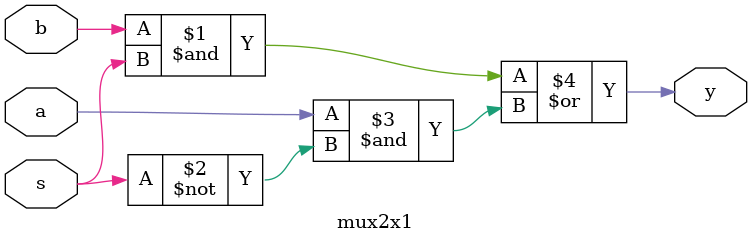
<source format=v>
`timescale 1ns / 1ps


module barrel_shifter(
input [7:0]din,
input [2:0]shift,
output [7:0]out
    );
    wire [7:0]w1,w2;
    mux2x1 a1(1'b0,din[0],shift[0],w1[0]);
    mux2x1 a2(din[0],din[1],shift[0],w1[1]);
    mux2x1 a3(din[1],din[2],shift[0],w1[2]);
    mux2x1 a4(din[2],din[3],shift[0],w1[3]);
    mux2x1 a5(din[3],din[4],shift[0],w1[4]);
    mux2x1 a6(din[4],din[5],shift[0],w1[5]);
    mux2x1 a7(din[5],din[6],shift[0],w1[6]);
    mux2x1 a8(din[6],din[7],shift[0],w1[7]);
    mux2x1 a9(1'b0,w1[0],shift[1],w2[0]);
    mux2x1 a10(1'b0,w1[1],shift[1],w2[1]);
    mux2x1 a11(w1[0],w1[2],shift[1],w2[2]);
    mux2x1 a12(w1[1],w1[3],shift[1],w2[3]);
    mux2x1 a13(w1[2],w1[4],shift[1],w2[4]);
    mux2x1 a14(w1[3],w1[5],shift[1],w2[5]);
    mux2x1 a15(w1[4],w1[6],shift[1],w2[6]);
    mux2x1 a16(w1[5],w1[7],shift[1],w2[7]);
     mux2x1 a17(1'b0,w2[0],shift[2],out[0]);
    mux2x1 a18(1'b0,w2[1],shift[2],out[1]);
    mux2x1 a19(1'b0,w2[2],shift[2],out[2]);
    mux2x1 a20(1'b0,w2[3],shift[2],out[3]);
    mux2x1 a21(w2[0],w2[4],shift[2],out[4]);
    mux2x1 a22(w2[1],w2[5],shift[2],out[5]);
    mux2x1 a23(w2[2],w2[6],shift[2],out[6]);
    mux2x1 a24(w2[3],w2[7],shift[2],out[7]);
    
endmodule
module mux2x1(
    input b,a,s,
    output y
    );
    assign y=(b&s)|(a&(~s));
endmodule
</source>
